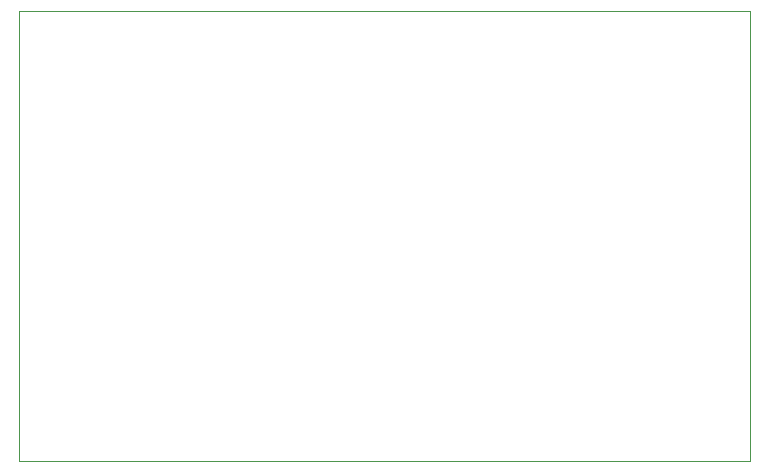
<source format=gbr>
%TF.GenerationSoftware,KiCad,Pcbnew,9.0.3*%
%TF.CreationDate,2025-07-11T18:10:02-07:00*%
%TF.ProjectId,hackpad,6861636b-7061-4642-9e6b-696361645f70,rev?*%
%TF.SameCoordinates,Original*%
%TF.FileFunction,Profile,NP*%
%FSLAX46Y46*%
G04 Gerber Fmt 4.6, Leading zero omitted, Abs format (unit mm)*
G04 Created by KiCad (PCBNEW 9.0.3) date 2025-07-11 18:10:02*
%MOMM*%
%LPD*%
G01*
G04 APERTURE LIST*
%TA.AperFunction,Profile*%
%ADD10C,0.050000*%
%TD*%
G04 APERTURE END LIST*
D10*
X109537500Y-26193750D02*
X171450000Y-26193750D01*
X171450000Y-64293750D01*
X109537500Y-64293750D01*
X109537500Y-26193750D01*
M02*

</source>
